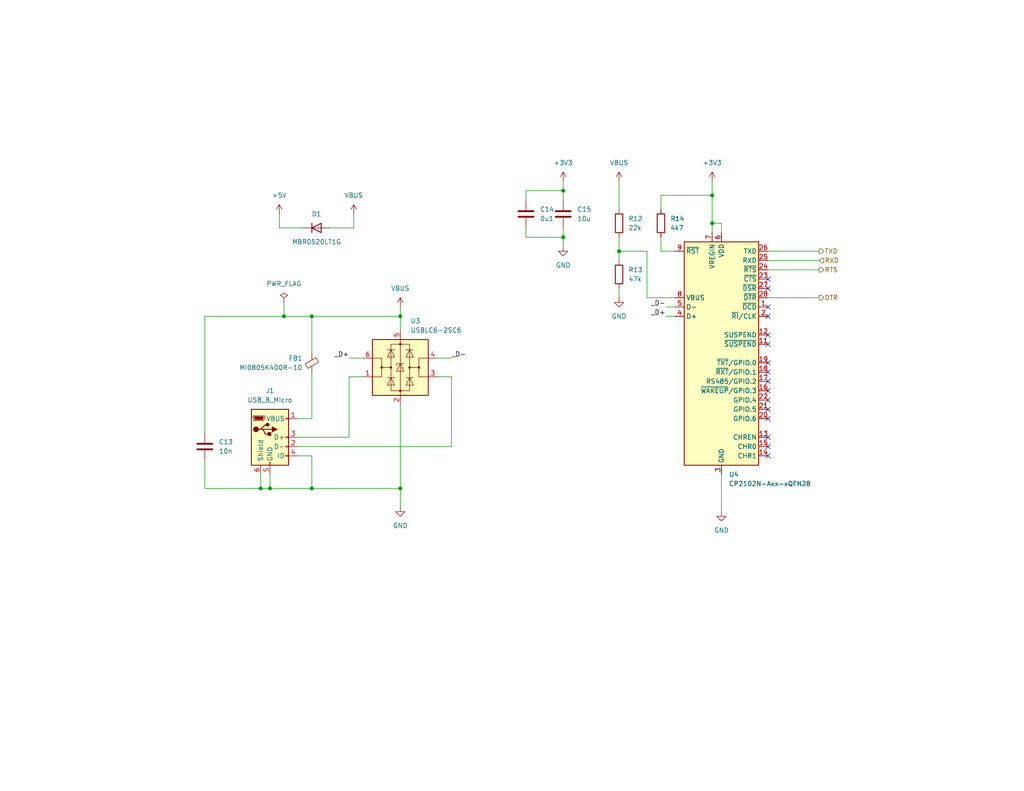
<source format=kicad_sch>
(kicad_sch (version 20211123) (generator eeschema)

  (uuid 5ce64adb-7d6f-4855-b260-23509984dabe)

  (paper "USLetter")

  (title_block
    (title "TJ Diag")
    (date "2023-09-12")
    (rev "V1.00")
    (company "andy@britishideas.com")
    (comment 1 "V210/ChryslerScanner_V210/schematic/ChryslerScanner_V210_schematic.pdf")
    (comment 2 "Based on: https://github.com/laszlodaniel/ChryslerScanner/blob/master/PCB/")
    (comment 3 "GPL V3 LICENSE")
  )

  (lib_symbols
    (symbol "Connector:USB_B_Micro" (pin_names (offset 1.016)) (in_bom yes) (on_board yes)
      (property "Reference" "J" (id 0) (at -5.08 11.43 0)
        (effects (font (size 1.27 1.27)) (justify left))
      )
      (property "Value" "USB_B_Micro" (id 1) (at -5.08 8.89 0)
        (effects (font (size 1.27 1.27)) (justify left))
      )
      (property "Footprint" "" (id 2) (at 3.81 -1.27 0)
        (effects (font (size 1.27 1.27)) hide)
      )
      (property "Datasheet" "~" (id 3) (at 3.81 -1.27 0)
        (effects (font (size 1.27 1.27)) hide)
      )
      (property "ki_keywords" "connector USB micro" (id 4) (at 0 0 0)
        (effects (font (size 1.27 1.27)) hide)
      )
      (property "ki_description" "USB Micro Type B connector" (id 5) (at 0 0 0)
        (effects (font (size 1.27 1.27)) hide)
      )
      (property "ki_fp_filters" "USB*" (id 6) (at 0 0 0)
        (effects (font (size 1.27 1.27)) hide)
      )
      (symbol "USB_B_Micro_0_1"
        (rectangle (start -5.08 -7.62) (end 5.08 7.62)
          (stroke (width 0.254) (type default) (color 0 0 0 0))
          (fill (type background))
        )
        (circle (center -3.81 2.159) (radius 0.635)
          (stroke (width 0.254) (type default) (color 0 0 0 0))
          (fill (type outline))
        )
        (circle (center -0.635 3.429) (radius 0.381)
          (stroke (width 0.254) (type default) (color 0 0 0 0))
          (fill (type outline))
        )
        (rectangle (start -0.127 -7.62) (end 0.127 -6.858)
          (stroke (width 0) (type default) (color 0 0 0 0))
          (fill (type none))
        )
        (polyline
          (pts
            (xy -1.905 2.159)
            (xy 0.635 2.159)
          )
          (stroke (width 0.254) (type default) (color 0 0 0 0))
          (fill (type none))
        )
        (polyline
          (pts
            (xy -3.175 2.159)
            (xy -2.54 2.159)
            (xy -1.27 3.429)
            (xy -0.635 3.429)
          )
          (stroke (width 0.254) (type default) (color 0 0 0 0))
          (fill (type none))
        )
        (polyline
          (pts
            (xy -2.54 2.159)
            (xy -1.905 2.159)
            (xy -1.27 0.889)
            (xy 0 0.889)
          )
          (stroke (width 0.254) (type default) (color 0 0 0 0))
          (fill (type none))
        )
        (polyline
          (pts
            (xy 0.635 2.794)
            (xy 0.635 1.524)
            (xy 1.905 2.159)
            (xy 0.635 2.794)
          )
          (stroke (width 0.254) (type default) (color 0 0 0 0))
          (fill (type outline))
        )
        (polyline
          (pts
            (xy -4.318 5.588)
            (xy -1.778 5.588)
            (xy -2.032 4.826)
            (xy -4.064 4.826)
            (xy -4.318 5.588)
          )
          (stroke (width 0) (type default) (color 0 0 0 0))
          (fill (type outline))
        )
        (polyline
          (pts
            (xy -4.699 5.842)
            (xy -4.699 5.588)
            (xy -4.445 4.826)
            (xy -4.445 4.572)
            (xy -1.651 4.572)
            (xy -1.651 4.826)
            (xy -1.397 5.588)
            (xy -1.397 5.842)
            (xy -4.699 5.842)
          )
          (stroke (width 0) (type default) (color 0 0 0 0))
          (fill (type none))
        )
        (rectangle (start 0.254 1.27) (end -0.508 0.508)
          (stroke (width 0.254) (type default) (color 0 0 0 0))
          (fill (type outline))
        )
        (rectangle (start 5.08 -5.207) (end 4.318 -4.953)
          (stroke (width 0) (type default) (color 0 0 0 0))
          (fill (type none))
        )
        (rectangle (start 5.08 -2.667) (end 4.318 -2.413)
          (stroke (width 0) (type default) (color 0 0 0 0))
          (fill (type none))
        )
        (rectangle (start 5.08 -0.127) (end 4.318 0.127)
          (stroke (width 0) (type default) (color 0 0 0 0))
          (fill (type none))
        )
        (rectangle (start 5.08 4.953) (end 4.318 5.207)
          (stroke (width 0) (type default) (color 0 0 0 0))
          (fill (type none))
        )
      )
      (symbol "USB_B_Micro_1_1"
        (pin power_out line (at 7.62 5.08 180) (length 2.54)
          (name "VBUS" (effects (font (size 1.27 1.27))))
          (number "1" (effects (font (size 1.27 1.27))))
        )
        (pin bidirectional line (at 7.62 -2.54 180) (length 2.54)
          (name "D-" (effects (font (size 1.27 1.27))))
          (number "2" (effects (font (size 1.27 1.27))))
        )
        (pin bidirectional line (at 7.62 0 180) (length 2.54)
          (name "D+" (effects (font (size 1.27 1.27))))
          (number "3" (effects (font (size 1.27 1.27))))
        )
        (pin passive line (at 7.62 -5.08 180) (length 2.54)
          (name "ID" (effects (font (size 1.27 1.27))))
          (number "4" (effects (font (size 1.27 1.27))))
        )
        (pin power_out line (at 0 -10.16 90) (length 2.54)
          (name "GND" (effects (font (size 1.27 1.27))))
          (number "5" (effects (font (size 1.27 1.27))))
        )
        (pin passive line (at -2.54 -10.16 90) (length 2.54)
          (name "Shield" (effects (font (size 1.27 1.27))))
          (number "6" (effects (font (size 1.27 1.27))))
        )
      )
    )
    (symbol "Device:C" (pin_numbers hide) (pin_names (offset 0.254)) (in_bom yes) (on_board yes)
      (property "Reference" "C" (id 0) (at 0.635 2.54 0)
        (effects (font (size 1.27 1.27)) (justify left))
      )
      (property "Value" "C" (id 1) (at 0.635 -2.54 0)
        (effects (font (size 1.27 1.27)) (justify left))
      )
      (property "Footprint" "" (id 2) (at 0.9652 -3.81 0)
        (effects (font (size 1.27 1.27)) hide)
      )
      (property "Datasheet" "~" (id 3) (at 0 0 0)
        (effects (font (size 1.27 1.27)) hide)
      )
      (property "ki_keywords" "cap capacitor" (id 4) (at 0 0 0)
        (effects (font (size 1.27 1.27)) hide)
      )
      (property "ki_description" "Unpolarized capacitor" (id 5) (at 0 0 0)
        (effects (font (size 1.27 1.27)) hide)
      )
      (property "ki_fp_filters" "C_*" (id 6) (at 0 0 0)
        (effects (font (size 1.27 1.27)) hide)
      )
      (symbol "C_0_1"
        (polyline
          (pts
            (xy -2.032 -0.762)
            (xy 2.032 -0.762)
          )
          (stroke (width 0.508) (type default) (color 0 0 0 0))
          (fill (type none))
        )
        (polyline
          (pts
            (xy -2.032 0.762)
            (xy 2.032 0.762)
          )
          (stroke (width 0.508) (type default) (color 0 0 0 0))
          (fill (type none))
        )
      )
      (symbol "C_1_1"
        (pin passive line (at 0 3.81 270) (length 2.794)
          (name "~" (effects (font (size 1.27 1.27))))
          (number "1" (effects (font (size 1.27 1.27))))
        )
        (pin passive line (at 0 -3.81 90) (length 2.794)
          (name "~" (effects (font (size 1.27 1.27))))
          (number "2" (effects (font (size 1.27 1.27))))
        )
      )
    )
    (symbol "Device:D" (pin_numbers hide) (pin_names (offset 1.016) hide) (in_bom yes) (on_board yes)
      (property "Reference" "D" (id 0) (at 0 2.54 0)
        (effects (font (size 1.27 1.27)))
      )
      (property "Value" "D" (id 1) (at 0 -2.54 0)
        (effects (font (size 1.27 1.27)))
      )
      (property "Footprint" "" (id 2) (at 0 0 0)
        (effects (font (size 1.27 1.27)) hide)
      )
      (property "Datasheet" "~" (id 3) (at 0 0 0)
        (effects (font (size 1.27 1.27)) hide)
      )
      (property "ki_keywords" "diode" (id 4) (at 0 0 0)
        (effects (font (size 1.27 1.27)) hide)
      )
      (property "ki_description" "Diode" (id 5) (at 0 0 0)
        (effects (font (size 1.27 1.27)) hide)
      )
      (property "ki_fp_filters" "TO-???* *_Diode_* *SingleDiode* D_*" (id 6) (at 0 0 0)
        (effects (font (size 1.27 1.27)) hide)
      )
      (symbol "D_0_1"
        (polyline
          (pts
            (xy -1.27 1.27)
            (xy -1.27 -1.27)
          )
          (stroke (width 0.254) (type default) (color 0 0 0 0))
          (fill (type none))
        )
        (polyline
          (pts
            (xy 1.27 0)
            (xy -1.27 0)
          )
          (stroke (width 0) (type default) (color 0 0 0 0))
          (fill (type none))
        )
        (polyline
          (pts
            (xy 1.27 1.27)
            (xy 1.27 -1.27)
            (xy -1.27 0)
            (xy 1.27 1.27)
          )
          (stroke (width 0.254) (type default) (color 0 0 0 0))
          (fill (type none))
        )
      )
      (symbol "D_1_1"
        (pin passive line (at -3.81 0 0) (length 2.54)
          (name "K" (effects (font (size 1.27 1.27))))
          (number "1" (effects (font (size 1.27 1.27))))
        )
        (pin passive line (at 3.81 0 180) (length 2.54)
          (name "A" (effects (font (size 1.27 1.27))))
          (number "2" (effects (font (size 1.27 1.27))))
        )
      )
    )
    (symbol "Device:FerriteBead_Small" (pin_numbers hide) (pin_names (offset 0)) (in_bom yes) (on_board yes)
      (property "Reference" "FB" (id 0) (at 1.905 1.27 0)
        (effects (font (size 1.27 1.27)) (justify left))
      )
      (property "Value" "FerriteBead_Small" (id 1) (at 1.905 -1.27 0)
        (effects (font (size 1.27 1.27)) (justify left))
      )
      (property "Footprint" "" (id 2) (at -1.778 0 90)
        (effects (font (size 1.27 1.27)) hide)
      )
      (property "Datasheet" "~" (id 3) (at 0 0 0)
        (effects (font (size 1.27 1.27)) hide)
      )
      (property "ki_keywords" "L ferrite bead inductor filter" (id 4) (at 0 0 0)
        (effects (font (size 1.27 1.27)) hide)
      )
      (property "ki_description" "Ferrite bead, small symbol" (id 5) (at 0 0 0)
        (effects (font (size 1.27 1.27)) hide)
      )
      (property "ki_fp_filters" "Inductor_* L_* *Ferrite*" (id 6) (at 0 0 0)
        (effects (font (size 1.27 1.27)) hide)
      )
      (symbol "FerriteBead_Small_0_1"
        (polyline
          (pts
            (xy 0 -1.27)
            (xy 0 -0.7874)
          )
          (stroke (width 0) (type default) (color 0 0 0 0))
          (fill (type none))
        )
        (polyline
          (pts
            (xy 0 0.889)
            (xy 0 1.2954)
          )
          (stroke (width 0) (type default) (color 0 0 0 0))
          (fill (type none))
        )
        (polyline
          (pts
            (xy -1.8288 0.2794)
            (xy -1.1176 1.4986)
            (xy 1.8288 -0.2032)
            (xy 1.1176 -1.4224)
            (xy -1.8288 0.2794)
          )
          (stroke (width 0) (type default) (color 0 0 0 0))
          (fill (type none))
        )
      )
      (symbol "FerriteBead_Small_1_1"
        (pin passive line (at 0 2.54 270) (length 1.27)
          (name "~" (effects (font (size 1.27 1.27))))
          (number "1" (effects (font (size 1.27 1.27))))
        )
        (pin passive line (at 0 -2.54 90) (length 1.27)
          (name "~" (effects (font (size 1.27 1.27))))
          (number "2" (effects (font (size 1.27 1.27))))
        )
      )
    )
    (symbol "Device:R" (pin_numbers hide) (pin_names (offset 0)) (in_bom yes) (on_board yes)
      (property "Reference" "R" (id 0) (at 2.032 0 90)
        (effects (font (size 1.27 1.27)))
      )
      (property "Value" "R" (id 1) (at 0 0 90)
        (effects (font (size 1.27 1.27)))
      )
      (property "Footprint" "" (id 2) (at -1.778 0 90)
        (effects (font (size 1.27 1.27)) hide)
      )
      (property "Datasheet" "~" (id 3) (at 0 0 0)
        (effects (font (size 1.27 1.27)) hide)
      )
      (property "ki_keywords" "R res resistor" (id 4) (at 0 0 0)
        (effects (font (size 1.27 1.27)) hide)
      )
      (property "ki_description" "Resistor" (id 5) (at 0 0 0)
        (effects (font (size 1.27 1.27)) hide)
      )
      (property "ki_fp_filters" "R_*" (id 6) (at 0 0 0)
        (effects (font (size 1.27 1.27)) hide)
      )
      (symbol "R_0_1"
        (rectangle (start -1.016 -2.54) (end 1.016 2.54)
          (stroke (width 0.254) (type default) (color 0 0 0 0))
          (fill (type none))
        )
      )
      (symbol "R_1_1"
        (pin passive line (at 0 3.81 270) (length 1.27)
          (name "~" (effects (font (size 1.27 1.27))))
          (number "1" (effects (font (size 1.27 1.27))))
        )
        (pin passive line (at 0 -3.81 90) (length 1.27)
          (name "~" (effects (font (size 1.27 1.27))))
          (number "2" (effects (font (size 1.27 1.27))))
        )
      )
    )
    (symbol "Interface_USB:CP2102N-Axx-xQFN28" (in_bom yes) (on_board yes)
      (property "Reference" "U" (id 0) (at -8.89 31.75 0)
        (effects (font (size 1.27 1.27)))
      )
      (property "Value" "CP2102N-Axx-xQFN28" (id 1) (at 12.7 31.75 0)
        (effects (font (size 1.27 1.27)))
      )
      (property "Footprint" "Package_DFN_QFN:QFN-28-1EP_5x5mm_P0.5mm_EP3.35x3.35mm" (id 2) (at 33.02 -31.75 0)
        (effects (font (size 1.27 1.27)) hide)
      )
      (property "Datasheet" "https://www.silabs.com/documents/public/data-sheets/cp2102n-datasheet.pdf" (id 3) (at 1.27 -19.05 0)
        (effects (font (size 1.27 1.27)) hide)
      )
      (property "ki_keywords" "USB UART bridge" (id 4) (at 0 0 0)
        (effects (font (size 1.27 1.27)) hide)
      )
      (property "ki_description" "USB to UART master bridge, QFN-28" (id 5) (at 0 0 0)
        (effects (font (size 1.27 1.27)) hide)
      )
      (property "ki_fp_filters" "QFN*1EP*5x5mm*P0.5mm*" (id 6) (at 0 0 0)
        (effects (font (size 1.27 1.27)) hide)
      )
      (symbol "CP2102N-Axx-xQFN28_0_1"
        (rectangle (start -10.16 30.48) (end 10.16 -30.48)
          (stroke (width 0.254) (type default) (color 0 0 0 0))
          (fill (type background))
        )
      )
      (symbol "CP2102N-Axx-xQFN28_1_1"
        (pin input line (at 12.7 12.7 180) (length 2.54)
          (name "~{DCD}" (effects (font (size 1.27 1.27))))
          (number "1" (effects (font (size 1.27 1.27))))
        )
        (pin no_connect line (at -10.16 -27.94 0) (length 2.54) hide
          (name "NC" (effects (font (size 1.27 1.27))))
          (number "10" (effects (font (size 1.27 1.27))))
        )
        (pin output line (at 12.7 2.54 180) (length 2.54)
          (name "~{SUSPEND}" (effects (font (size 1.27 1.27))))
          (number "11" (effects (font (size 1.27 1.27))))
        )
        (pin output line (at 12.7 5.08 180) (length 2.54)
          (name "SUSPEND" (effects (font (size 1.27 1.27))))
          (number "12" (effects (font (size 1.27 1.27))))
        )
        (pin output line (at 12.7 -22.86 180) (length 2.54)
          (name "CHREN" (effects (font (size 1.27 1.27))))
          (number "13" (effects (font (size 1.27 1.27))))
        )
        (pin output line (at 12.7 -27.94 180) (length 2.54)
          (name "CHR1" (effects (font (size 1.27 1.27))))
          (number "14" (effects (font (size 1.27 1.27))))
        )
        (pin output line (at 12.7 -25.4 180) (length 2.54)
          (name "CHR0" (effects (font (size 1.27 1.27))))
          (number "15" (effects (font (size 1.27 1.27))))
        )
        (pin bidirectional line (at 12.7 -10.16 180) (length 2.54)
          (name "~{WAKEUP}/GPIO.3" (effects (font (size 1.27 1.27))))
          (number "16" (effects (font (size 1.27 1.27))))
        )
        (pin bidirectional line (at 12.7 -7.62 180) (length 2.54)
          (name "RS485/GPIO.2" (effects (font (size 1.27 1.27))))
          (number "17" (effects (font (size 1.27 1.27))))
        )
        (pin bidirectional line (at 12.7 -5.08 180) (length 2.54)
          (name "~{RXT}/GPIO.1" (effects (font (size 1.27 1.27))))
          (number "18" (effects (font (size 1.27 1.27))))
        )
        (pin bidirectional line (at 12.7 -2.54 180) (length 2.54)
          (name "~{TXT}/GPIO.0" (effects (font (size 1.27 1.27))))
          (number "19" (effects (font (size 1.27 1.27))))
        )
        (pin bidirectional line (at 12.7 10.16 180) (length 2.54)
          (name "~{RI}/CLK" (effects (font (size 1.27 1.27))))
          (number "2" (effects (font (size 1.27 1.27))))
        )
        (pin bidirectional line (at 12.7 -17.78 180) (length 2.54)
          (name "GPIO.6" (effects (font (size 1.27 1.27))))
          (number "20" (effects (font (size 1.27 1.27))))
        )
        (pin bidirectional line (at 12.7 -15.24 180) (length 2.54)
          (name "GPIO.5" (effects (font (size 1.27 1.27))))
          (number "21" (effects (font (size 1.27 1.27))))
        )
        (pin bidirectional line (at 12.7 -12.7 180) (length 2.54)
          (name "GPIO.4" (effects (font (size 1.27 1.27))))
          (number "22" (effects (font (size 1.27 1.27))))
        )
        (pin input line (at 12.7 20.32 180) (length 2.54)
          (name "~{CTS}" (effects (font (size 1.27 1.27))))
          (number "23" (effects (font (size 1.27 1.27))))
        )
        (pin output line (at 12.7 22.86 180) (length 2.54)
          (name "~{RTS}" (effects (font (size 1.27 1.27))))
          (number "24" (effects (font (size 1.27 1.27))))
        )
        (pin input line (at 12.7 25.4 180) (length 2.54)
          (name "RXD" (effects (font (size 1.27 1.27))))
          (number "25" (effects (font (size 1.27 1.27))))
        )
        (pin output line (at 12.7 27.94 180) (length 2.54)
          (name "TXD" (effects (font (size 1.27 1.27))))
          (number "26" (effects (font (size 1.27 1.27))))
        )
        (pin input line (at 12.7 17.78 180) (length 2.54)
          (name "~{DSR}" (effects (font (size 1.27 1.27))))
          (number "27" (effects (font (size 1.27 1.27))))
        )
        (pin output line (at 12.7 15.24 180) (length 2.54)
          (name "~{DTR}" (effects (font (size 1.27 1.27))))
          (number "28" (effects (font (size 1.27 1.27))))
        )
        (pin passive line (at 0 -33.02 90) (length 2.54) hide
          (name "GND" (effects (font (size 1.27 1.27))))
          (number "29" (effects (font (size 1.27 1.27))))
        )
        (pin power_in line (at 0 -33.02 90) (length 2.54)
          (name "GND" (effects (font (size 1.27 1.27))))
          (number "3" (effects (font (size 1.27 1.27))))
        )
        (pin bidirectional line (at -12.7 10.16 0) (length 2.54)
          (name "D+" (effects (font (size 1.27 1.27))))
          (number "4" (effects (font (size 1.27 1.27))))
        )
        (pin bidirectional line (at -12.7 12.7 0) (length 2.54)
          (name "D-" (effects (font (size 1.27 1.27))))
          (number "5" (effects (font (size 1.27 1.27))))
        )
        (pin power_in line (at 0 33.02 270) (length 2.54)
          (name "VDD" (effects (font (size 1.27 1.27))))
          (number "6" (effects (font (size 1.27 1.27))))
        )
        (pin power_in line (at -2.54 33.02 270) (length 2.54)
          (name "VREGIN" (effects (font (size 1.27 1.27))))
          (number "7" (effects (font (size 1.27 1.27))))
        )
        (pin input line (at -12.7 15.24 0) (length 2.54)
          (name "VBUS" (effects (font (size 1.27 1.27))))
          (number "8" (effects (font (size 1.27 1.27))))
        )
        (pin input line (at -12.7 27.94 0) (length 2.54)
          (name "~{RST}" (effects (font (size 1.27 1.27))))
          (number "9" (effects (font (size 1.27 1.27))))
        )
      )
    )
    (symbol "Power_Protection:USBLC6-2SC6" (pin_names hide) (in_bom yes) (on_board yes)
      (property "Reference" "U" (id 0) (at 2.54 8.89 0)
        (effects (font (size 1.27 1.27)) (justify left))
      )
      (property "Value" "USBLC6-2SC6" (id 1) (at 2.54 -8.89 0)
        (effects (font (size 1.27 1.27)) (justify left))
      )
      (property "Footprint" "Package_TO_SOT_SMD:SOT-23-6" (id 2) (at 0 -12.7 0)
        (effects (font (size 1.27 1.27)) hide)
      )
      (property "Datasheet" "https://www.st.com/resource/en/datasheet/usblc6-2.pdf" (id 3) (at 5.08 8.89 0)
        (effects (font (size 1.27 1.27)) hide)
      )
      (property "ki_keywords" "usb ethernet video" (id 4) (at 0 0 0)
        (effects (font (size 1.27 1.27)) hide)
      )
      (property "ki_description" "Very low capacitance ESD protection diode, 2 data-line, SOT-23-6" (id 5) (at 0 0 0)
        (effects (font (size 1.27 1.27)) hide)
      )
      (property "ki_fp_filters" "SOT?23*" (id 6) (at 0 0 0)
        (effects (font (size 1.27 1.27)) hide)
      )
      (symbol "USBLC6-2SC6_0_1"
        (rectangle (start -7.62 -7.62) (end 7.62 7.62)
          (stroke (width 0.254) (type default) (color 0 0 0 0))
          (fill (type background))
        )
        (circle (center -5.08 0) (radius 0.254)
          (stroke (width 0) (type default) (color 0 0 0 0))
          (fill (type outline))
        )
        (circle (center -2.54 0) (radius 0.254)
          (stroke (width 0) (type default) (color 0 0 0 0))
          (fill (type outline))
        )
        (rectangle (start -2.54 6.35) (end 2.54 -6.35)
          (stroke (width 0) (type default) (color 0 0 0 0))
          (fill (type none))
        )
        (circle (center 0 -6.35) (radius 0.254)
          (stroke (width 0) (type default) (color 0 0 0 0))
          (fill (type outline))
        )
        (polyline
          (pts
            (xy -5.08 -2.54)
            (xy -7.62 -2.54)
          )
          (stroke (width 0) (type default) (color 0 0 0 0))
          (fill (type none))
        )
        (polyline
          (pts
            (xy -5.08 0)
            (xy -5.08 -2.54)
          )
          (stroke (width 0) (type default) (color 0 0 0 0))
          (fill (type none))
        )
        (polyline
          (pts
            (xy -5.08 2.54)
            (xy -7.62 2.54)
          )
          (stroke (width 0) (type default) (color 0 0 0 0))
          (fill (type none))
        )
        (polyline
          (pts
            (xy -1.524 -2.794)
            (xy -3.556 -2.794)
          )
          (stroke (width 0) (type default) (color 0 0 0 0))
          (fill (type none))
        )
        (polyline
          (pts
            (xy -1.524 4.826)
            (xy -3.556 4.826)
          )
          (stroke (width 0) (type default) (color 0 0 0 0))
          (fill (type none))
        )
        (polyline
          (pts
            (xy 0 -7.62)
            (xy 0 -6.35)
          )
          (stroke (width 0) (type default) (color 0 0 0 0))
          (fill (type none))
        )
        (polyline
          (pts
            (xy 0 -6.35)
            (xy 0 1.27)
          )
          (stroke (width 0) (type default) (color 0 0 0 0))
          (fill (type none))
        )
        (polyline
          (pts
            (xy 0 1.27)
            (xy 0 6.35)
          )
          (stroke (width 0) (type default) (color 0 0 0 0))
          (fill (type none))
        )
        (polyline
          (pts
            (xy 0 6.35)
            (xy 0 7.62)
          )
          (stroke (width 0) (type default) (color 0 0 0 0))
          (fill (type none))
        )
        (polyline
          (pts
            (xy 1.524 -2.794)
            (xy 3.556 -2.794)
          )
          (stroke (width 0) (type default) (color 0 0 0 0))
          (fill (type none))
        )
        (polyline
          (pts
            (xy 1.524 4.826)
            (xy 3.556 4.826)
          )
          (stroke (width 0) (type default) (color 0 0 0 0))
          (fill (type none))
        )
        (polyline
          (pts
            (xy 5.08 -2.54)
            (xy 7.62 -2.54)
          )
          (stroke (width 0) (type default) (color 0 0 0 0))
          (fill (type none))
        )
        (polyline
          (pts
            (xy 5.08 0)
            (xy 5.08 -2.54)
          )
          (stroke (width 0) (type default) (color 0 0 0 0))
          (fill (type none))
        )
        (polyline
          (pts
            (xy 5.08 2.54)
            (xy 7.62 2.54)
          )
          (stroke (width 0) (type default) (color 0 0 0 0))
          (fill (type none))
        )
        (polyline
          (pts
            (xy -2.54 0)
            (xy -5.08 0)
            (xy -5.08 2.54)
          )
          (stroke (width 0) (type default) (color 0 0 0 0))
          (fill (type none))
        )
        (polyline
          (pts
            (xy 2.54 0)
            (xy 5.08 0)
            (xy 5.08 2.54)
          )
          (stroke (width 0) (type default) (color 0 0 0 0))
          (fill (type none))
        )
        (polyline
          (pts
            (xy -3.556 -4.826)
            (xy -1.524 -4.826)
            (xy -2.54 -2.794)
            (xy -3.556 -4.826)
          )
          (stroke (width 0) (type default) (color 0 0 0 0))
          (fill (type none))
        )
        (polyline
          (pts
            (xy -3.556 2.794)
            (xy -1.524 2.794)
            (xy -2.54 4.826)
            (xy -3.556 2.794)
          )
          (stroke (width 0) (type default) (color 0 0 0 0))
          (fill (type none))
        )
        (polyline
          (pts
            (xy -1.016 -1.016)
            (xy 1.016 -1.016)
            (xy 0 1.016)
            (xy -1.016 -1.016)
          )
          (stroke (width 0) (type default) (color 0 0 0 0))
          (fill (type none))
        )
        (polyline
          (pts
            (xy 1.016 1.016)
            (xy 0.762 1.016)
            (xy -1.016 1.016)
            (xy -1.016 0.508)
          )
          (stroke (width 0) (type default) (color 0 0 0 0))
          (fill (type none))
        )
        (polyline
          (pts
            (xy 3.556 -4.826)
            (xy 1.524 -4.826)
            (xy 2.54 -2.794)
            (xy 3.556 -4.826)
          )
          (stroke (width 0) (type default) (color 0 0 0 0))
          (fill (type none))
        )
        (polyline
          (pts
            (xy 3.556 2.794)
            (xy 1.524 2.794)
            (xy 2.54 4.826)
            (xy 3.556 2.794)
          )
          (stroke (width 0) (type default) (color 0 0 0 0))
          (fill (type none))
        )
        (circle (center 0 6.35) (radius 0.254)
          (stroke (width 0) (type default) (color 0 0 0 0))
          (fill (type outline))
        )
        (circle (center 2.54 0) (radius 0.254)
          (stroke (width 0) (type default) (color 0 0 0 0))
          (fill (type outline))
        )
        (circle (center 5.08 0) (radius 0.254)
          (stroke (width 0) (type default) (color 0 0 0 0))
          (fill (type outline))
        )
      )
      (symbol "USBLC6-2SC6_1_1"
        (pin passive line (at -10.16 -2.54 0) (length 2.54)
          (name "I/O1" (effects (font (size 1.27 1.27))))
          (number "1" (effects (font (size 1.27 1.27))))
        )
        (pin passive line (at 0 -10.16 90) (length 2.54)
          (name "GND" (effects (font (size 1.27 1.27))))
          (number "2" (effects (font (size 1.27 1.27))))
        )
        (pin passive line (at 10.16 -2.54 180) (length 2.54)
          (name "I/O2" (effects (font (size 1.27 1.27))))
          (number "3" (effects (font (size 1.27 1.27))))
        )
        (pin passive line (at 10.16 2.54 180) (length 2.54)
          (name "I/O2" (effects (font (size 1.27 1.27))))
          (number "4" (effects (font (size 1.27 1.27))))
        )
        (pin passive line (at 0 10.16 270) (length 2.54)
          (name "VBUS" (effects (font (size 1.27 1.27))))
          (number "5" (effects (font (size 1.27 1.27))))
        )
        (pin passive line (at -10.16 2.54 0) (length 2.54)
          (name "I/O1" (effects (font (size 1.27 1.27))))
          (number "6" (effects (font (size 1.27 1.27))))
        )
      )
    )
    (symbol "power:+3V3" (power) (pin_names (offset 0)) (in_bom yes) (on_board yes)
      (property "Reference" "#PWR" (id 0) (at 0 -3.81 0)
        (effects (font (size 1.27 1.27)) hide)
      )
      (property "Value" "+3V3" (id 1) (at 0 3.556 0)
        (effects (font (size 1.27 1.27)))
      )
      (property "Footprint" "" (id 2) (at 0 0 0)
        (effects (font (size 1.27 1.27)) hide)
      )
      (property "Datasheet" "" (id 3) (at 0 0 0)
        (effects (font (size 1.27 1.27)) hide)
      )
      (property "ki_keywords" "power-flag" (id 4) (at 0 0 0)
        (effects (font (size 1.27 1.27)) hide)
      )
      (property "ki_description" "Power symbol creates a global label with name \"+3V3\"" (id 5) (at 0 0 0)
        (effects (font (size 1.27 1.27)) hide)
      )
      (symbol "+3V3_0_1"
        (polyline
          (pts
            (xy -0.762 1.27)
            (xy 0 2.54)
          )
          (stroke (width 0) (type default) (color 0 0 0 0))
          (fill (type none))
        )
        (polyline
          (pts
            (xy 0 0)
            (xy 0 2.54)
          )
          (stroke (width 0) (type default) (color 0 0 0 0))
          (fill (type none))
        )
        (polyline
          (pts
            (xy 0 2.54)
            (xy 0.762 1.27)
          )
          (stroke (width 0) (type default) (color 0 0 0 0))
          (fill (type none))
        )
      )
      (symbol "+3V3_1_1"
        (pin power_in line (at 0 0 90) (length 0) hide
          (name "+3V3" (effects (font (size 1.27 1.27))))
          (number "1" (effects (font (size 1.27 1.27))))
        )
      )
    )
    (symbol "power:+5V" (power) (pin_names (offset 0)) (in_bom yes) (on_board yes)
      (property "Reference" "#PWR" (id 0) (at 0 -3.81 0)
        (effects (font (size 1.27 1.27)) hide)
      )
      (property "Value" "+5V" (id 1) (at 0 3.556 0)
        (effects (font (size 1.27 1.27)))
      )
      (property "Footprint" "" (id 2) (at 0 0 0)
        (effects (font (size 1.27 1.27)) hide)
      )
      (property "Datasheet" "" (id 3) (at 0 0 0)
        (effects (font (size 1.27 1.27)) hide)
      )
      (property "ki_keywords" "power-flag" (id 4) (at 0 0 0)
        (effects (font (size 1.27 1.27)) hide)
      )
      (property "ki_description" "Power symbol creates a global label with name \"+5V\"" (id 5) (at 0 0 0)
        (effects (font (size 1.27 1.27)) hide)
      )
      (symbol "+5V_0_1"
        (polyline
          (pts
            (xy -0.762 1.27)
            (xy 0 2.54)
          )
          (stroke (width 0) (type default) (color 0 0 0 0))
          (fill (type none))
        )
        (polyline
          (pts
            (xy 0 0)
            (xy 0 2.54)
          )
          (stroke (width 0) (type default) (color 0 0 0 0))
          (fill (type none))
        )
        (polyline
          (pts
            (xy 0 2.54)
            (xy 0.762 1.27)
          )
          (stroke (width 0) (type default) (color 0 0 0 0))
          (fill (type none))
        )
      )
      (symbol "+5V_1_1"
        (pin power_in line (at 0 0 90) (length 0) hide
          (name "+5V" (effects (font (size 1.27 1.27))))
          (number "1" (effects (font (size 1.27 1.27))))
        )
      )
    )
    (symbol "power:GND" (power) (pin_names (offset 0)) (in_bom yes) (on_board yes)
      (property "Reference" "#PWR" (id 0) (at 0 -6.35 0)
        (effects (font (size 1.27 1.27)) hide)
      )
      (property "Value" "GND" (id 1) (at 0 -3.81 0)
        (effects (font (size 1.27 1.27)))
      )
      (property "Footprint" "" (id 2) (at 0 0 0)
        (effects (font (size 1.27 1.27)) hide)
      )
      (property "Datasheet" "" (id 3) (at 0 0 0)
        (effects (font (size 1.27 1.27)) hide)
      )
      (property "ki_keywords" "power-flag" (id 4) (at 0 0 0)
        (effects (font (size 1.27 1.27)) hide)
      )
      (property "ki_description" "Power symbol creates a global label with name \"GND\" , ground" (id 5) (at 0 0 0)
        (effects (font (size 1.27 1.27)) hide)
      )
      (symbol "GND_0_1"
        (polyline
          (pts
            (xy 0 0)
            (xy 0 -1.27)
            (xy 1.27 -1.27)
            (xy 0 -2.54)
            (xy -1.27 -1.27)
            (xy 0 -1.27)
          )
          (stroke (width 0) (type default) (color 0 0 0 0))
          (fill (type none))
        )
      )
      (symbol "GND_1_1"
        (pin power_in line (at 0 0 270) (length 0) hide
          (name "GND" (effects (font (size 1.27 1.27))))
          (number "1" (effects (font (size 1.27 1.27))))
        )
      )
    )
    (symbol "power:PWR_FLAG" (power) (pin_numbers hide) (pin_names (offset 0) hide) (in_bom yes) (on_board yes)
      (property "Reference" "#FLG" (id 0) (at 0 1.905 0)
        (effects (font (size 1.27 1.27)) hide)
      )
      (property "Value" "PWR_FLAG" (id 1) (at 0 3.81 0)
        (effects (font (size 1.27 1.27)))
      )
      (property "Footprint" "" (id 2) (at 0 0 0)
        (effects (font (size 1.27 1.27)) hide)
      )
      (property "Datasheet" "~" (id 3) (at 0 0 0)
        (effects (font (size 1.27 1.27)) hide)
      )
      (property "ki_keywords" "power-flag" (id 4) (at 0 0 0)
        (effects (font (size 1.27 1.27)) hide)
      )
      (property "ki_description" "Special symbol for telling ERC where power comes from" (id 5) (at 0 0 0)
        (effects (font (size 1.27 1.27)) hide)
      )
      (symbol "PWR_FLAG_0_0"
        (pin power_out line (at 0 0 90) (length 0)
          (name "pwr" (effects (font (size 1.27 1.27))))
          (number "1" (effects (font (size 1.27 1.27))))
        )
      )
      (symbol "PWR_FLAG_0_1"
        (polyline
          (pts
            (xy 0 0)
            (xy 0 1.27)
            (xy -1.016 1.905)
            (xy 0 2.54)
            (xy 1.016 1.905)
            (xy 0 1.27)
          )
          (stroke (width 0) (type default) (color 0 0 0 0))
          (fill (type none))
        )
      )
    )
    (symbol "power:VBUS" (power) (pin_names (offset 0)) (in_bom yes) (on_board yes)
      (property "Reference" "#PWR" (id 0) (at 0 -3.81 0)
        (effects (font (size 1.27 1.27)) hide)
      )
      (property "Value" "VBUS" (id 1) (at 0 3.81 0)
        (effects (font (size 1.27 1.27)))
      )
      (property "Footprint" "" (id 2) (at 0 0 0)
        (effects (font (size 1.27 1.27)) hide)
      )
      (property "Datasheet" "" (id 3) (at 0 0 0)
        (effects (font (size 1.27 1.27)) hide)
      )
      (property "ki_keywords" "power-flag" (id 4) (at 0 0 0)
        (effects (font (size 1.27 1.27)) hide)
      )
      (property "ki_description" "Power symbol creates a global label with name \"VBUS\"" (id 5) (at 0 0 0)
        (effects (font (size 1.27 1.27)) hide)
      )
      (symbol "VBUS_0_1"
        (polyline
          (pts
            (xy -0.762 1.27)
            (xy 0 2.54)
          )
          (stroke (width 0) (type default) (color 0 0 0 0))
          (fill (type none))
        )
        (polyline
          (pts
            (xy 0 0)
            (xy 0 2.54)
          )
          (stroke (width 0) (type default) (color 0 0 0 0))
          (fill (type none))
        )
        (polyline
          (pts
            (xy 0 2.54)
            (xy 0.762 1.27)
          )
          (stroke (width 0) (type default) (color 0 0 0 0))
          (fill (type none))
        )
      )
      (symbol "VBUS_1_1"
        (pin power_in line (at 0 0 90) (length 0) hide
          (name "VBUS" (effects (font (size 1.27 1.27))))
          (number "1" (effects (font (size 1.27 1.27))))
        )
      )
    )
  )

  (junction (at 168.91 68.58) (diameter 0) (color 0 0 0 0)
    (uuid 01820e88-5e6b-4de1-99a7-9111350d2602)
  )
  (junction (at 194.31 53.34) (diameter 0) (color 0 0 0 0)
    (uuid 21b1ac7f-efd4-4197-b2db-d7a420c97fd0)
  )
  (junction (at 71.12 133.35) (diameter 0) (color 0 0 0 0)
    (uuid 24f802ee-b196-41ba-b9ee-067b1ab6c9e0)
  )
  (junction (at 153.67 52.07) (diameter 0) (color 0 0 0 0)
    (uuid 2d744f0e-c44d-4b01-bf41-88fc616f9594)
  )
  (junction (at 153.67 64.77) (diameter 0) (color 0 0 0 0)
    (uuid 3d1837bf-2fa3-4367-8837-a3fb5460586f)
  )
  (junction (at 194.31 60.96) (diameter 0) (color 0 0 0 0)
    (uuid 59ff4b3f-9bd7-486d-a9e6-cc752bb6b60d)
  )
  (junction (at 77.47 86.36) (diameter 0) (color 0 0 0 0)
    (uuid 6935494a-016b-48a8-8617-7d3d4609a681)
  )
  (junction (at 85.09 133.35) (diameter 0) (color 0 0 0 0)
    (uuid bcccb608-b193-4fe6-8fde-5b309f865665)
  )
  (junction (at 109.22 133.35) (diameter 0) (color 0 0 0 0)
    (uuid dde2a65c-024b-406c-a62e-23960b665b85)
  )
  (junction (at 85.09 86.36) (diameter 0) (color 0 0 0 0)
    (uuid df728077-eec5-4b10-a7de-6de7e2e8a9de)
  )
  (junction (at 109.22 86.36) (diameter 0) (color 0 0 0 0)
    (uuid f9234b9e-0b7a-4c49-a447-abd2cec01a8f)
  )
  (junction (at 73.66 133.35) (diameter 0) (color 0 0 0 0)
    (uuid fd1f8372-45bb-4c8c-bce8-62b3641b0348)
  )

  (no_connect (at 209.55 109.22) (uuid 4824254a-3564-42c9-a760-55aa971c9bbe))
  (no_connect (at 209.55 111.76) (uuid 4824254a-3564-42c9-a760-55aa971c9bbf))
  (no_connect (at 209.55 119.38) (uuid 4824254a-3564-42c9-a760-55aa971c9bc0))
  (no_connect (at 209.55 114.3) (uuid 4824254a-3564-42c9-a760-55aa971c9bc1))
  (no_connect (at 209.55 121.92) (uuid 4824254a-3564-42c9-a760-55aa971c9bc2))
  (no_connect (at 209.55 124.46) (uuid 4824254a-3564-42c9-a760-55aa971c9bc3))
  (no_connect (at 209.55 104.14) (uuid 67957dc2-ce12-4604-a2f8-f27d8d262a94))
  (no_connect (at 209.55 106.68) (uuid 67957dc2-ce12-4604-a2f8-f27d8d262a95))
  (no_connect (at 209.55 99.06) (uuid 67957dc2-ce12-4604-a2f8-f27d8d262a96))
  (no_connect (at 209.55 101.6) (uuid 67957dc2-ce12-4604-a2f8-f27d8d262a97))
  (no_connect (at 209.55 78.74) (uuid 67957dc2-ce12-4604-a2f8-f27d8d262a98))
  (no_connect (at 209.55 76.2) (uuid 67957dc2-ce12-4604-a2f8-f27d8d262a99))
  (no_connect (at 209.55 86.36) (uuid 67957dc2-ce12-4604-a2f8-f27d8d262a9a))
  (no_connect (at 209.55 83.82) (uuid 67957dc2-ce12-4604-a2f8-f27d8d262a9b))
  (no_connect (at 209.55 93.98) (uuid 67957dc2-ce12-4604-a2f8-f27d8d262a9c))
  (no_connect (at 209.55 91.44) (uuid 67957dc2-ce12-4604-a2f8-f27d8d262a9d))

  (wire (pts (xy 85.09 133.35) (xy 109.22 133.35))
    (stroke (width 0) (type default) (color 0 0 0 0))
    (uuid 05c10e71-c058-4bf3-9497-9511995663ce)
  )
  (wire (pts (xy 180.34 68.58) (xy 184.15 68.58))
    (stroke (width 0) (type default) (color 0 0 0 0))
    (uuid 05c543e8-0e10-4021-982d-fe9e0e6805ac)
  )
  (wire (pts (xy 143.51 62.23) (xy 143.51 64.77))
    (stroke (width 0) (type default) (color 0 0 0 0))
    (uuid 082f8d54-d9fd-4c18-a93c-19ca3d6d0b97)
  )
  (wire (pts (xy 109.22 83.82) (xy 109.22 86.36))
    (stroke (width 0) (type default) (color 0 0 0 0))
    (uuid 09badb02-9519-4d4b-90b6-55eb26659f14)
  )
  (wire (pts (xy 180.34 64.77) (xy 180.34 68.58))
    (stroke (width 0) (type default) (color 0 0 0 0))
    (uuid 0b2a4d2e-7e1d-49b5-b57e-0c051cb3f571)
  )
  (wire (pts (xy 85.09 124.46) (xy 85.09 133.35))
    (stroke (width 0) (type default) (color 0 0 0 0))
    (uuid 0ec7352e-a6f6-4774-a17f-f961d33aa6b2)
  )
  (wire (pts (xy 76.2 58.42) (xy 76.2 62.23))
    (stroke (width 0) (type default) (color 0 0 0 0))
    (uuid 2670009e-50b9-436e-90af-bd03951a712e)
  )
  (wire (pts (xy 180.34 57.15) (xy 180.34 53.34))
    (stroke (width 0) (type default) (color 0 0 0 0))
    (uuid 267c9749-161e-427b-97a2-80cd59b4b07d)
  )
  (wire (pts (xy 180.34 53.34) (xy 194.31 53.34))
    (stroke (width 0) (type default) (color 0 0 0 0))
    (uuid 27d3a6f3-1d07-43b7-a67a-3c34a97b8b2a)
  )
  (wire (pts (xy 55.88 86.36) (xy 77.47 86.36))
    (stroke (width 0) (type default) (color 0 0 0 0))
    (uuid 2b7ec2c6-bf9d-479b-a346-1c9e1d0d7d00)
  )
  (wire (pts (xy 209.55 68.58) (xy 223.52 68.58))
    (stroke (width 0) (type default) (color 0 0 0 0))
    (uuid 2c1a4fe8-5c68-4cf9-9ab4-e5bca88b9e1c)
  )
  (wire (pts (xy 109.22 110.49) (xy 109.22 133.35))
    (stroke (width 0) (type default) (color 0 0 0 0))
    (uuid 3ca10b33-d7e7-45d8-8e96-5e4835e65eb3)
  )
  (wire (pts (xy 81.28 114.3) (xy 85.09 114.3))
    (stroke (width 0) (type default) (color 0 0 0 0))
    (uuid 3d0e25e8-ec07-4756-ac3d-530b24308f56)
  )
  (wire (pts (xy 196.85 63.5) (xy 196.85 60.96))
    (stroke (width 0) (type default) (color 0 0 0 0))
    (uuid 3eb70ece-335c-45ca-982a-e64e27afc7a8)
  )
  (wire (pts (xy 194.31 60.96) (xy 194.31 63.5))
    (stroke (width 0) (type default) (color 0 0 0 0))
    (uuid 448331c5-ce78-4c6d-af90-2e599790ec9b)
  )
  (wire (pts (xy 96.52 62.23) (xy 90.17 62.23))
    (stroke (width 0) (type default) (color 0 0 0 0))
    (uuid 4811d399-b166-49c2-987c-d9436076fa2d)
  )
  (wire (pts (xy 143.51 54.61) (xy 143.51 52.07))
    (stroke (width 0) (type default) (color 0 0 0 0))
    (uuid 48a22234-f379-4d5e-8d5e-7cb6cf1a059a)
  )
  (wire (pts (xy 153.67 52.07) (xy 153.67 54.61))
    (stroke (width 0) (type default) (color 0 0 0 0))
    (uuid 4e006b16-95c8-4f15-b195-8622d5d142c2)
  )
  (wire (pts (xy 95.25 97.79) (xy 99.06 97.79))
    (stroke (width 0) (type default) (color 0 0 0 0))
    (uuid 4fc33c41-9cdc-4b3a-9a75-a3a7fba7386c)
  )
  (wire (pts (xy 168.91 64.77) (xy 168.91 68.58))
    (stroke (width 0) (type default) (color 0 0 0 0))
    (uuid 58c253a7-06ea-4223-9ccf-c2decf65f858)
  )
  (wire (pts (xy 85.09 101.6) (xy 85.09 114.3))
    (stroke (width 0) (type default) (color 0 0 0 0))
    (uuid 5d4ef3b1-6af8-429f-93c3-2eb8cee3f980)
  )
  (wire (pts (xy 109.22 86.36) (xy 109.22 90.17))
    (stroke (width 0) (type default) (color 0 0 0 0))
    (uuid 5d50816c-cb99-49a6-8284-a958586c2458)
  )
  (wire (pts (xy 76.2 62.23) (xy 82.55 62.23))
    (stroke (width 0) (type default) (color 0 0 0 0))
    (uuid 62a58b48-4643-4c82-9e1c-ac3b406070fd)
  )
  (wire (pts (xy 81.28 124.46) (xy 85.09 124.46))
    (stroke (width 0) (type default) (color 0 0 0 0))
    (uuid 62e2cad9-f420-4960-9700-b6f7f361d977)
  )
  (wire (pts (xy 73.66 129.54) (xy 73.66 133.35))
    (stroke (width 0) (type default) (color 0 0 0 0))
    (uuid 6372246c-e563-4ad4-8124-521028dbc841)
  )
  (wire (pts (xy 168.91 49.53) (xy 168.91 57.15))
    (stroke (width 0) (type default) (color 0 0 0 0))
    (uuid 659496dc-5fd2-418c-96ba-d795df9226a2)
  )
  (wire (pts (xy 55.88 133.35) (xy 71.12 133.35))
    (stroke (width 0) (type default) (color 0 0 0 0))
    (uuid 65b880bf-2468-43f5-bfa6-f83d1d89d333)
  )
  (wire (pts (xy 123.19 102.87) (xy 123.19 121.92))
    (stroke (width 0) (type default) (color 0 0 0 0))
    (uuid 66a8bf09-ce88-4d91-b399-1bffa46570d2)
  )
  (wire (pts (xy 95.25 102.87) (xy 99.06 102.87))
    (stroke (width 0) (type default) (color 0 0 0 0))
    (uuid 67bdc69f-347c-441e-b42b-dfbee75c4be3)
  )
  (wire (pts (xy 181.61 83.82) (xy 184.15 83.82))
    (stroke (width 0) (type default) (color 0 0 0 0))
    (uuid 682adace-8e64-484d-9578-0a2154529c10)
  )
  (wire (pts (xy 95.25 119.38) (xy 81.28 119.38))
    (stroke (width 0) (type default) (color 0 0 0 0))
    (uuid 688183b6-9bc9-426e-b081-e405477dc8a9)
  )
  (wire (pts (xy 85.09 86.36) (xy 85.09 96.52))
    (stroke (width 0) (type default) (color 0 0 0 0))
    (uuid 6d844046-0b6c-4102-8e65-f54f3248525b)
  )
  (wire (pts (xy 209.55 81.28) (xy 223.52 81.28))
    (stroke (width 0) (type default) (color 0 0 0 0))
    (uuid 7792b071-988f-479e-b5d5-9df4ee584260)
  )
  (wire (pts (xy 123.19 121.92) (xy 81.28 121.92))
    (stroke (width 0) (type default) (color 0 0 0 0))
    (uuid 7c5062a2-96df-4029-b14e-ed647d451629)
  )
  (wire (pts (xy 119.38 97.79) (xy 123.19 97.79))
    (stroke (width 0) (type default) (color 0 0 0 0))
    (uuid 7f7c31a5-c048-4fd9-9d57-e47346ae61c6)
  )
  (wire (pts (xy 194.31 53.34) (xy 194.31 60.96))
    (stroke (width 0) (type default) (color 0 0 0 0))
    (uuid 8158d76b-5b5d-4750-be90-dce91da92443)
  )
  (wire (pts (xy 143.51 64.77) (xy 153.67 64.77))
    (stroke (width 0) (type default) (color 0 0 0 0))
    (uuid 89c5a600-2807-4b55-bcef-ce4858596c0c)
  )
  (wire (pts (xy 181.61 86.36) (xy 184.15 86.36))
    (stroke (width 0) (type default) (color 0 0 0 0))
    (uuid 8e359fab-018a-4910-bac5-9e3973c6d6e8)
  )
  (wire (pts (xy 194.31 49.53) (xy 194.31 53.34))
    (stroke (width 0) (type default) (color 0 0 0 0))
    (uuid 91acfc0a-1079-401d-b0c2-db6e9c6c06b7)
  )
  (wire (pts (xy 209.55 71.12) (xy 223.52 71.12))
    (stroke (width 0) (type default) (color 0 0 0 0))
    (uuid 949e0c4b-798a-4b36-84a4-e62fd58fd7e0)
  )
  (wire (pts (xy 176.53 68.58) (xy 168.91 68.58))
    (stroke (width 0) (type default) (color 0 0 0 0))
    (uuid 94f46b8c-036d-48a0-ab63-bd08b8ce369b)
  )
  (wire (pts (xy 109.22 133.35) (xy 109.22 138.43))
    (stroke (width 0) (type default) (color 0 0 0 0))
    (uuid 963ff8ec-b2da-4fff-9e6e-3d0585968742)
  )
  (wire (pts (xy 196.85 129.54) (xy 196.85 139.7))
    (stroke (width 0) (type default) (color 0 0 0 0))
    (uuid 9c0fa3b5-c105-413f-9860-419905f76ba4)
  )
  (wire (pts (xy 71.12 133.35) (xy 73.66 133.35))
    (stroke (width 0) (type default) (color 0 0 0 0))
    (uuid 9dd42c5f-19d6-4589-ab59-1f5779106bc7)
  )
  (wire (pts (xy 184.15 81.28) (xy 176.53 81.28))
    (stroke (width 0) (type default) (color 0 0 0 0))
    (uuid a0d57a1c-587c-4bb7-b5af-82e66a56e80f)
  )
  (wire (pts (xy 55.88 125.73) (xy 55.88 133.35))
    (stroke (width 0) (type default) (color 0 0 0 0))
    (uuid a59e1443-72f7-4cb1-b4b0-e3e060256925)
  )
  (wire (pts (xy 85.09 86.36) (xy 109.22 86.36))
    (stroke (width 0) (type default) (color 0 0 0 0))
    (uuid a7044247-f2d6-4c2f-94ae-846572f84c11)
  )
  (wire (pts (xy 176.53 81.28) (xy 176.53 68.58))
    (stroke (width 0) (type default) (color 0 0 0 0))
    (uuid ae548665-a0b8-4d4b-bbc4-748b1ae95fb5)
  )
  (wire (pts (xy 119.38 102.87) (xy 123.19 102.87))
    (stroke (width 0) (type default) (color 0 0 0 0))
    (uuid b07f004f-0f39-442c-ad55-7576de3993d6)
  )
  (wire (pts (xy 55.88 118.11) (xy 55.88 86.36))
    (stroke (width 0) (type default) (color 0 0 0 0))
    (uuid b9bd300e-1907-43a1-9510-f81138ec2483)
  )
  (wire (pts (xy 73.66 133.35) (xy 85.09 133.35))
    (stroke (width 0) (type default) (color 0 0 0 0))
    (uuid c7eced11-61ad-4eb1-bb2d-ad6c2d92d87f)
  )
  (wire (pts (xy 153.67 62.23) (xy 153.67 64.77))
    (stroke (width 0) (type default) (color 0 0 0 0))
    (uuid c89610d0-b187-4ab7-ab2e-807edb5df47a)
  )
  (wire (pts (xy 209.55 73.66) (xy 223.52 73.66))
    (stroke (width 0) (type default) (color 0 0 0 0))
    (uuid cbf8a871-a9e5-4d2a-b47d-dbd93edab54f)
  )
  (wire (pts (xy 168.91 68.58) (xy 168.91 71.12))
    (stroke (width 0) (type default) (color 0 0 0 0))
    (uuid d74a8f19-627d-4640-8219-0714dc7bc09b)
  )
  (wire (pts (xy 95.25 102.87) (xy 95.25 119.38))
    (stroke (width 0) (type default) (color 0 0 0 0))
    (uuid d99a567a-941b-48dd-aec7-c94e0014d476)
  )
  (wire (pts (xy 71.12 129.54) (xy 71.12 133.35))
    (stroke (width 0) (type default) (color 0 0 0 0))
    (uuid dc2da26b-bf59-44fe-bf63-d914f123571b)
  )
  (wire (pts (xy 153.67 64.77) (xy 153.67 67.31))
    (stroke (width 0) (type default) (color 0 0 0 0))
    (uuid e3803503-665d-4f41-8faf-84a3fd19c032)
  )
  (wire (pts (xy 168.91 78.74) (xy 168.91 81.28))
    (stroke (width 0) (type default) (color 0 0 0 0))
    (uuid e6ff85f9-8aef-446b-93e7-1dd426ae5ae1)
  )
  (wire (pts (xy 96.52 58.42) (xy 96.52 62.23))
    (stroke (width 0) (type default) (color 0 0 0 0))
    (uuid ed65268e-f8b3-431f-b9d4-984d263d872c)
  )
  (wire (pts (xy 77.47 82.55) (xy 77.47 86.36))
    (stroke (width 0) (type default) (color 0 0 0 0))
    (uuid f40d2993-345c-4d85-ba78-a0c2d5bdb47c)
  )
  (wire (pts (xy 153.67 49.53) (xy 153.67 52.07))
    (stroke (width 0) (type default) (color 0 0 0 0))
    (uuid f48172ef-e7c5-480b-ac93-51f9fb857cb3)
  )
  (wire (pts (xy 196.85 60.96) (xy 194.31 60.96))
    (stroke (width 0) (type default) (color 0 0 0 0))
    (uuid f50461b2-d577-44a9-bacb-1d543d1e1b33)
  )
  (wire (pts (xy 143.51 52.07) (xy 153.67 52.07))
    (stroke (width 0) (type default) (color 0 0 0 0))
    (uuid f7733f31-f808-4594-9e1c-3b7a3637f788)
  )
  (wire (pts (xy 77.47 86.36) (xy 85.09 86.36))
    (stroke (width 0) (type default) (color 0 0 0 0))
    (uuid fd447f08-cb10-48c4-8f67-15a40206f3b0)
  )

  (label "_D-" (at 181.61 83.82 180)
    (effects (font (size 1.27 1.27)) (justify right bottom))
    (uuid 03d50bea-fa16-440b-b497-f89a0f4a08ac)
  )
  (label "_D-" (at 123.19 97.79 0)
    (effects (font (size 1.27 1.27)) (justify left bottom))
    (uuid 43e436ea-e8fd-4c11-abfe-1597defc2efe)
  )
  (label "_D+" (at 181.61 86.36 180)
    (effects (font (size 1.27 1.27)) (justify right bottom))
    (uuid 6422c494-72bb-41b9-bfa7-4d45ac84f588)
  )
  (label "_D+" (at 95.25 97.79 180)
    (effects (font (size 1.27 1.27)) (justify right bottom))
    (uuid b299ecde-b1e9-4517-970c-6702ab53b00f)
  )

  (hierarchical_label "RXD" (shape input) (at 223.52 71.12 0)
    (effects (font (size 1.27 1.27)) (justify left))
    (uuid 1ca0d4b1-72ab-4950-bd0f-1dc2d7735f7f)
  )
  (hierarchical_label "TXD" (shape output) (at 223.52 68.58 0)
    (effects (font (size 1.27 1.27)) (justify left))
    (uuid 52ce51e0-a9b4-4b67-a4e7-9569b7299f6a)
  )
  (hierarchical_label "RTS" (shape output) (at 223.52 73.66 0)
    (effects (font (size 1.27 1.27)) (justify left))
    (uuid 9a14f05d-a9df-4bc8-9794-2bb3e4796f68)
  )
  (hierarchical_label "DTR" (shape output) (at 223.52 81.28 0)
    (effects (font (size 1.27 1.27)) (justify left))
    (uuid cf800c0a-be69-4776-b5ce-daecdcfa05a2)
  )

  (symbol (lib_id "Device:R") (at 168.91 60.96 0) (unit 1)
    (in_bom yes) (on_board yes) (fields_autoplaced)
    (uuid 01d4bcb8-85d7-4733-8021-3a5b0cd81a22)
    (property "Reference" "R12" (id 0) (at 171.45 59.6899 0)
      (effects (font (size 1.27 1.27)) (justify left))
    )
    (property "Value" "22k" (id 1) (at 171.45 62.2299 0)
      (effects (font (size 1.27 1.27)) (justify left))
    )
    (property "Footprint" "Resistor_SMD:R_0603_1608Metric" (id 2) (at 167.132 60.96 90)
      (effects (font (size 1.27 1.27)) hide)
    )
    (property "Datasheet" "~" (id 3) (at 168.91 60.96 0)
      (effects (font (size 1.27 1.27)) hide)
    )
    (pin "1" (uuid 881ede79-af5f-415c-ae4d-335a615d825f))
    (pin "2" (uuid 0d1b3e16-ff25-448a-8fd9-f6500da8549a))
  )

  (symbol (lib_id "power:PWR_FLAG") (at 77.47 82.55 0) (unit 1)
    (in_bom yes) (on_board yes) (fields_autoplaced)
    (uuid 03afb497-509c-44b8-95a5-69f04a90e16e)
    (property "Reference" "#FLG01" (id 0) (at 77.47 80.645 0)
      (effects (font (size 1.27 1.27)) hide)
    )
    (property "Value" "PWR_FLAG" (id 1) (at 77.47 77.47 0))
    (property "Footprint" "" (id 2) (at 77.47 82.55 0)
      (effects (font (size 1.27 1.27)) hide)
    )
    (property "Datasheet" "~" (id 3) (at 77.47 82.55 0)
      (effects (font (size 1.27 1.27)) hide)
    )
    (pin "1" (uuid f0e3c5f4-8657-47d4-881a-dfbef67b82f8))
  )

  (symbol (lib_id "power:+3V3") (at 194.31 49.53 0) (unit 1)
    (in_bom yes) (on_board yes) (fields_autoplaced)
    (uuid 06354a36-58b9-478a-bf70-d3347fe17a96)
    (property "Reference" "#PWR021" (id 0) (at 194.31 53.34 0)
      (effects (font (size 1.27 1.27)) hide)
    )
    (property "Value" "+3V3" (id 1) (at 194.31 44.45 0))
    (property "Footprint" "" (id 2) (at 194.31 49.53 0)
      (effects (font (size 1.27 1.27)) hide)
    )
    (property "Datasheet" "" (id 3) (at 194.31 49.53 0)
      (effects (font (size 1.27 1.27)) hide)
    )
    (pin "1" (uuid 4d7390e5-67bf-4f99-9a46-1ebb3bf3093d))
  )

  (symbol (lib_id "power:+5V") (at 76.2 58.42 0) (unit 1)
    (in_bom yes) (on_board yes) (fields_autoplaced)
    (uuid 0ed1138d-e2e9-4590-92a9-60f154683f55)
    (property "Reference" "#PWR013" (id 0) (at 76.2 62.23 0)
      (effects (font (size 1.27 1.27)) hide)
    )
    (property "Value" "+5V" (id 1) (at 76.2 53.34 0))
    (property "Footprint" "" (id 2) (at 76.2 58.42 0)
      (effects (font (size 1.27 1.27)) hide)
    )
    (property "Datasheet" "" (id 3) (at 76.2 58.42 0)
      (effects (font (size 1.27 1.27)) hide)
    )
    (pin "1" (uuid a46ff964-e717-4d96-993d-94f01b7dc37c))
  )

  (symbol (lib_id "power:VBUS") (at 168.91 49.53 0) (unit 1)
    (in_bom yes) (on_board yes) (fields_autoplaced)
    (uuid 1e5a4c5c-42f9-427d-a929-f27d6ac0499a)
    (property "Reference" "#PWR019" (id 0) (at 168.91 53.34 0)
      (effects (font (size 1.27 1.27)) hide)
    )
    (property "Value" "VBUS" (id 1) (at 168.91 44.45 0))
    (property "Footprint" "" (id 2) (at 168.91 49.53 0)
      (effects (font (size 1.27 1.27)) hide)
    )
    (property "Datasheet" "" (id 3) (at 168.91 49.53 0)
      (effects (font (size 1.27 1.27)) hide)
    )
    (pin "1" (uuid 05c2f94d-3f17-4f18-8527-44b880fcf764))
  )

  (symbol (lib_id "Interface_USB:CP2102N-Axx-xQFN28") (at 196.85 96.52 0) (unit 1)
    (in_bom yes) (on_board yes) (fields_autoplaced)
    (uuid 2bc860df-7ec5-4814-9928-fb3f8722d843)
    (property "Reference" "U4" (id 0) (at 198.8694 129.54 0)
      (effects (font (size 1.27 1.27)) (justify left))
    )
    (property "Value" "CP2102N-Axx-xQFN28" (id 1) (at 198.8694 132.08 0)
      (effects (font (size 1.27 1.27)) (justify left))
    )
    (property "Footprint" "Package_DFN_QFN:QFN-28-1EP_5x5mm_P0.5mm_EP3.35x3.35mm" (id 2) (at 229.87 128.27 0)
      (effects (font (size 1.27 1.27)) hide)
    )
    (property "Datasheet" "https://www.silabs.com/documents/public/data-sheets/cp2102n-datasheet.pdf" (id 3) (at 198.12 115.57 0)
      (effects (font (size 1.27 1.27)) hide)
    )
    (property "manf#" "CP2102N-A02-GQFN28" (id 4) (at 196.85 96.52 0)
      (effects (font (size 1.27 1.27)) hide)
    )
    (pin "1" (uuid acd28e68-e853-419d-bb2a-676c9953ba47))
    (pin "10" (uuid 6beb7719-7f40-44e8-8581-854a07e9c9e6))
    (pin "11" (uuid 9210286e-1be6-4d9c-9535-4a3e15517d7c))
    (pin "12" (uuid 190ae9b0-309d-4306-a601-a4ec55c16508))
    (pin "13" (uuid 8d839c2c-f2f5-4349-816b-6fd7c727936b))
    (pin "14" (uuid 16bb40bc-ee1b-431a-9f1e-5c8e0d848e48))
    (pin "15" (uuid 112ad310-4609-4fb7-a14b-6409dacba88b))
    (pin "16" (uuid aa27949d-9762-4808-bb8e-80ca8f9b87ad))
    (pin "17" (uuid 0324573d-0588-42c5-bd17-b398967f033a))
    (pin "18" (uuid 5830bd5b-f7ed-4fef-bc0a-abb2857b534f))
    (pin "19" (uuid 153eb1a7-5695-44a7-84d0-2ce111493398))
    (pin "2" (uuid 0196fad1-b7bd-4624-bbd2-6df1789f7eb8))
    (pin "20" (uuid fe9d1b57-81ee-439d-98d2-714c643a3f42))
    (pin "21" (uuid d16d9f91-a1e3-47b8-a08a-3cd69f55aa28))
    (pin "22" (uuid 1c148927-c067-470e-9c84-56c0ef637f93))
    (pin "23" (uuid 9d537a11-b10a-4412-98db-12aa54c1347c))
    (pin "24" (uuid 64cd0fd0-9b63-4418-96c1-9639f079c6e4))
    (pin "25" (uuid 2fd3f334-61af-453b-aa97-e5efe36c84d3))
    (pin "26" (uuid b79d3d9f-9ec9-413a-b321-31f871a6df57))
    (pin "27" (uuid d0ced75e-d428-425f-86db-7053cb74dbc8))
    (pin "28" (uuid 7b9ec8bb-4511-4592-b1f0-2be06eb872dc))
    (pin "29" (uuid 46fd8240-dbf2-4c3c-8499-021547c9c6fd))
    (pin "3" (uuid 96a03a91-608d-4d49-b296-52156adb7a8d))
    (pin "4" (uuid bef09d97-2842-461b-8265-a2a30f59b7a5))
    (pin "5" (uuid b2670065-79f2-4bdb-88e9-91d40aaddeb1))
    (pin "6" (uuid 24970995-243c-46bc-8b03-b2e1a0036b21))
    (pin "7" (uuid eb8a6b68-3071-479a-93a5-882305ac1742))
    (pin "8" (uuid dd890205-6268-49eb-880e-24f800a3c3da))
    (pin "9" (uuid 66e989f4-6163-49cc-a5d2-3d65b7ad9ccc))
  )

  (symbol (lib_id "power:VBUS") (at 109.22 83.82 0) (unit 1)
    (in_bom yes) (on_board yes) (fields_autoplaced)
    (uuid 4e4e84f3-f045-4ccd-87f7-e2accc22e091)
    (property "Reference" "#PWR015" (id 0) (at 109.22 87.63 0)
      (effects (font (size 1.27 1.27)) hide)
    )
    (property "Value" "VBUS" (id 1) (at 109.22 78.74 0))
    (property "Footprint" "" (id 2) (at 109.22 83.82 0)
      (effects (font (size 1.27 1.27)) hide)
    )
    (property "Datasheet" "" (id 3) (at 109.22 83.82 0)
      (effects (font (size 1.27 1.27)) hide)
    )
    (pin "1" (uuid 2ebd8003-3fb9-4b45-b98d-ed555f6f4f9e))
  )

  (symbol (lib_id "power:GND") (at 109.22 138.43 0) (unit 1)
    (in_bom yes) (on_board yes) (fields_autoplaced)
    (uuid 549942d6-4123-402a-a1b8-5e006798478d)
    (property "Reference" "#PWR016" (id 0) (at 109.22 144.78 0)
      (effects (font (size 1.27 1.27)) hide)
    )
    (property "Value" "GND" (id 1) (at 109.22 143.51 0))
    (property "Footprint" "" (id 2) (at 109.22 138.43 0)
      (effects (font (size 1.27 1.27)) hide)
    )
    (property "Datasheet" "" (id 3) (at 109.22 138.43 0)
      (effects (font (size 1.27 1.27)) hide)
    )
    (pin "1" (uuid f2fdaff4-147a-4b13-b9d2-4473c24f4097))
  )

  (symbol (lib_id "power:+3V3") (at 153.67 49.53 0) (unit 1)
    (in_bom yes) (on_board yes) (fields_autoplaced)
    (uuid 62aaf8d1-d4e0-46b2-b7df-a27f61fabd0a)
    (property "Reference" "#PWR017" (id 0) (at 153.67 53.34 0)
      (effects (font (size 1.27 1.27)) hide)
    )
    (property "Value" "+3V3" (id 1) (at 153.67 44.45 0))
    (property "Footprint" "" (id 2) (at 153.67 49.53 0)
      (effects (font (size 1.27 1.27)) hide)
    )
    (property "Datasheet" "" (id 3) (at 153.67 49.53 0)
      (effects (font (size 1.27 1.27)) hide)
    )
    (pin "1" (uuid 3fade3fa-23a1-4266-a1a4-fa8e91f188bd))
  )

  (symbol (lib_id "Device:R") (at 168.91 74.93 0) (unit 1)
    (in_bom yes) (on_board yes) (fields_autoplaced)
    (uuid 9ccf8eca-3ab1-429c-825d-bc48b754db4e)
    (property "Reference" "R13" (id 0) (at 171.45 73.6599 0)
      (effects (font (size 1.27 1.27)) (justify left))
    )
    (property "Value" "47k" (id 1) (at 171.45 76.1999 0)
      (effects (font (size 1.27 1.27)) (justify left))
    )
    (property "Footprint" "Resistor_SMD:R_0603_1608Metric" (id 2) (at 167.132 74.93 90)
      (effects (font (size 1.27 1.27)) hide)
    )
    (property "Datasheet" "~" (id 3) (at 168.91 74.93 0)
      (effects (font (size 1.27 1.27)) hide)
    )
    (pin "1" (uuid 504af604-7e54-425e-8374-f51cfb626cb9))
    (pin "2" (uuid 35438968-5a98-4b79-b8a9-cc9187114eb0))
  )

  (symbol (lib_id "Device:R") (at 180.34 60.96 0) (unit 1)
    (in_bom yes) (on_board yes) (fields_autoplaced)
    (uuid b3c067e2-1645-4b10-8ca0-8a8bdb27722d)
    (property "Reference" "R14" (id 0) (at 182.88 59.6899 0)
      (effects (font (size 1.27 1.27)) (justify left))
    )
    (property "Value" "4k7" (id 1) (at 182.88 62.2299 0)
      (effects (font (size 1.27 1.27)) (justify left))
    )
    (property "Footprint" "Resistor_SMD:R_0603_1608Metric" (id 2) (at 178.562 60.96 90)
      (effects (font (size 1.27 1.27)) hide)
    )
    (property "Datasheet" "~" (id 3) (at 180.34 60.96 0)
      (effects (font (size 1.27 1.27)) hide)
    )
    (pin "1" (uuid 3740399d-1f85-4eec-b0c5-d3b67912065b))
    (pin "2" (uuid 669bca02-6f40-4b03-adb6-8dfc8d8b04a7))
  )

  (symbol (lib_id "Device:C") (at 143.51 58.42 0) (unit 1)
    (in_bom yes) (on_board yes) (fields_autoplaced)
    (uuid b57f7b2a-8c9e-4920-9cfb-0e0d39fd8cf4)
    (property "Reference" "C14" (id 0) (at 147.32 57.1499 0)
      (effects (font (size 1.27 1.27)) (justify left))
    )
    (property "Value" "0u1" (id 1) (at 147.32 59.6899 0)
      (effects (font (size 1.27 1.27)) (justify left))
    )
    (property "Footprint" "Capacitor_SMD:C_0603_1608Metric" (id 2) (at 144.4752 62.23 0)
      (effects (font (size 1.27 1.27)) hide)
    )
    (property "Datasheet" "~" (id 3) (at 143.51 58.42 0)
      (effects (font (size 1.27 1.27)) hide)
    )
    (pin "1" (uuid 69179c42-7dae-4dee-9230-24666fc415c3))
    (pin "2" (uuid 0c780666-f82b-43ad-a0f7-5007f9a4eb21))
  )

  (symbol (lib_id "power:GND") (at 168.91 81.28 0) (unit 1)
    (in_bom yes) (on_board yes) (fields_autoplaced)
    (uuid bb905b4b-2c8a-47cf-b722-8f099b8f3250)
    (property "Reference" "#PWR020" (id 0) (at 168.91 87.63 0)
      (effects (font (size 1.27 1.27)) hide)
    )
    (property "Value" "GND" (id 1) (at 168.91 86.36 0))
    (property "Footprint" "" (id 2) (at 168.91 81.28 0)
      (effects (font (size 1.27 1.27)) hide)
    )
    (property "Datasheet" "" (id 3) (at 168.91 81.28 0)
      (effects (font (size 1.27 1.27)) hide)
    )
    (pin "1" (uuid bfbd5984-e89b-4c18-bcaa-2657b1a3a8ae))
  )

  (symbol (lib_id "Power_Protection:USBLC6-2SC6") (at 109.22 100.33 0) (unit 1)
    (in_bom yes) (on_board yes) (fields_autoplaced)
    (uuid bc6a8b56-9e15-4fc5-88fe-41edc4392211)
    (property "Reference" "U3" (id 0) (at 111.9887 87.63 0)
      (effects (font (size 1.27 1.27)) (justify left))
    )
    (property "Value" "USBLC6-2SC6" (id 1) (at 111.9887 90.17 0)
      (effects (font (size 1.27 1.27)) (justify left))
    )
    (property "Footprint" "Package_TO_SOT_SMD:SOT-23-6" (id 2) (at 109.22 113.03 0)
      (effects (font (size 1.27 1.27)) hide)
    )
    (property "Datasheet" "https://www.st.com/resource/en/datasheet/usblc6-2.pdf" (id 3) (at 114.3 91.44 0)
      (effects (font (size 1.27 1.27)) hide)
    )
    (property "manf#" "USBLC6-2SC6" (id 4) (at 109.22 100.33 0)
      (effects (font (size 1.27 1.27)) hide)
    )
    (pin "1" (uuid dae60320-9ea9-4cf3-a8ab-b85466b89207))
    (pin "2" (uuid b2bbd6bf-8afa-4db6-a114-ef7276a2dc49))
    (pin "3" (uuid cbdafd53-899d-46ee-9873-dce7b9c67f7b))
    (pin "4" (uuid d1244ee0-8a0f-45df-a6a0-0b7801390225))
    (pin "5" (uuid c6a80991-69d4-4ae4-a699-28aa456f7a9a))
    (pin "6" (uuid 8a18c1c9-e623-48c7-8800-18b2f63c8aec))
  )

  (symbol (lib_id "Device:D") (at 86.36 62.23 0) (unit 1)
    (in_bom yes) (on_board yes)
    (uuid bdd88a91-be5f-40d5-ae9d-e13ffa95fef8)
    (property "Reference" "D1" (id 0) (at 86.36 58.42 0))
    (property "Value" "MBR0520LT1G" (id 1) (at 86.36 66.04 0))
    (property "Footprint" "Britishideas:SOD-123" (id 2) (at 86.36 62.23 0)
      (effects (font (size 1.27 1.27)) hide)
    )
    (property "Datasheet" "~" (id 3) (at 86.36 62.23 0)
      (effects (font (size 1.27 1.27)) hide)
    )
    (pin "1" (uuid a1bf1503-8d09-4477-b05e-a4e664c01411))
    (pin "2" (uuid d719ac57-a832-4fa8-a743-0b58bd0c75a0))
  )

  (symbol (lib_id "Device:C") (at 153.67 58.42 0) (unit 1)
    (in_bom yes) (on_board yes) (fields_autoplaced)
    (uuid d0a7b3fa-2e35-451a-a6f5-2884d98038e3)
    (property "Reference" "C15" (id 0) (at 157.48 57.1499 0)
      (effects (font (size 1.27 1.27)) (justify left))
    )
    (property "Value" "10u" (id 1) (at 157.48 59.6899 0)
      (effects (font (size 1.27 1.27)) (justify left))
    )
    (property "Footprint" "Capacitor_SMD:C_0603_1608Metric" (id 2) (at 154.6352 62.23 0)
      (effects (font (size 1.27 1.27)) hide)
    )
    (property "Datasheet" "~" (id 3) (at 153.67 58.42 0)
      (effects (font (size 1.27 1.27)) hide)
    )
    (pin "1" (uuid 1d5b4c36-7758-40dc-b229-142b760184a3))
    (pin "2" (uuid cafa4ebd-a179-48ce-89da-d37cce537cd7))
  )

  (symbol (lib_id "power:GND") (at 153.67 67.31 0) (unit 1)
    (in_bom yes) (on_board yes) (fields_autoplaced)
    (uuid d65ed043-056e-4059-9014-6bbfa1de4078)
    (property "Reference" "#PWR018" (id 0) (at 153.67 73.66 0)
      (effects (font (size 1.27 1.27)) hide)
    )
    (property "Value" "GND" (id 1) (at 153.67 72.39 0))
    (property "Footprint" "" (id 2) (at 153.67 67.31 0)
      (effects (font (size 1.27 1.27)) hide)
    )
    (property "Datasheet" "" (id 3) (at 153.67 67.31 0)
      (effects (font (size 1.27 1.27)) hide)
    )
    (pin "1" (uuid 24c3949d-7ef4-4642-af44-644ae09914a1))
  )

  (symbol (lib_id "Device:FerriteBead_Small") (at 85.09 99.06 0) (mirror x) (unit 1)
    (in_bom yes) (on_board yes) (fields_autoplaced)
    (uuid dd812128-3a37-461c-bf79-6a11585c14d3)
    (property "Reference" "FB1" (id 0) (at 82.55 97.828 0)
      (effects (font (size 1.27 1.27)) (justify right))
    )
    (property "Value" "MI0805K400R-10" (id 1) (at 82.55 100.368 0)
      (effects (font (size 1.27 1.27)) (justify right))
    )
    (property "Footprint" "Resistor_SMD:R_0805_2012Metric" (id 2) (at 83.312 99.06 90)
      (effects (font (size 1.27 1.27)) hide)
    )
    (property "Datasheet" "~" (id 3) (at 85.09 99.06 0)
      (effects (font (size 1.27 1.27)) hide)
    )
    (property "manf#" "MI0805K400R-10" (id 4) (at 85.09 99.06 0)
      (effects (font (size 1.27 1.27)) hide)
    )
    (pin "1" (uuid 787cee52-a6d2-4baa-8605-ff8645851969))
    (pin "2" (uuid e9a86296-488b-4959-8e80-f033137b8e2b))
  )

  (symbol (lib_id "Device:C") (at 55.88 121.92 0) (unit 1)
    (in_bom yes) (on_board yes) (fields_autoplaced)
    (uuid e9219ebf-4b65-4a20-ace5-ff07687b081a)
    (property "Reference" "C13" (id 0) (at 59.69 120.6499 0)
      (effects (font (size 1.27 1.27)) (justify left))
    )
    (property "Value" "10n" (id 1) (at 59.69 123.1899 0)
      (effects (font (size 1.27 1.27)) (justify left))
    )
    (property "Footprint" "Capacitor_SMD:C_0603_1608Metric" (id 2) (at 56.8452 125.73 0)
      (effects (font (size 1.27 1.27)) hide)
    )
    (property "Datasheet" "~" (id 3) (at 55.88 121.92 0)
      (effects (font (size 1.27 1.27)) hide)
    )
    (pin "1" (uuid 5a8d62b2-dad1-41b0-b735-a62c10005658))
    (pin "2" (uuid 508720cf-0534-4458-99bb-0e997fec7bc0))
  )

  (symbol (lib_id "power:VBUS") (at 96.52 58.42 0) (unit 1)
    (in_bom yes) (on_board yes) (fields_autoplaced)
    (uuid edc7a528-d30c-4451-82ad-57cd66891a4a)
    (property "Reference" "#PWR014" (id 0) (at 96.52 62.23 0)
      (effects (font (size 1.27 1.27)) hide)
    )
    (property "Value" "VBUS" (id 1) (at 96.52 53.34 0))
    (property "Footprint" "" (id 2) (at 96.52 58.42 0)
      (effects (font (size 1.27 1.27)) hide)
    )
    (property "Datasheet" "" (id 3) (at 96.52 58.42 0)
      (effects (font (size 1.27 1.27)) hide)
    )
    (pin "1" (uuid ade750bf-80dd-492b-9e9b-c93b09e9155e))
  )

  (symbol (lib_id "Connector:USB_B_Micro") (at 73.66 119.38 0) (unit 1)
    (in_bom yes) (on_board yes) (fields_autoplaced)
    (uuid fde31e7b-c031-44e1-8ae9-374944df1055)
    (property "Reference" "J1" (id 0) (at 73.66 106.68 0))
    (property "Value" "USB_B_Micro" (id 1) (at 73.66 109.22 0))
    (property "Footprint" "Connector_USB:USB_Micro-B_Amphenol_10103594-0001LF_Horizontal" (id 2) (at 77.47 120.65 0)
      (effects (font (size 1.27 1.27)) hide)
    )
    (property "Datasheet" "~" (id 3) (at 77.47 120.65 0)
      (effects (font (size 1.27 1.27)) hide)
    )
    (property "manf#" "10103594-0001LF" (id 4) (at 73.66 119.38 0)
      (effects (font (size 1.27 1.27)) hide)
    )
    (pin "1" (uuid b237945c-b5bb-40be-9f77-a47937e47fcd))
    (pin "2" (uuid 6bda27e8-004b-45c4-b3b7-cc282f430c49))
    (pin "3" (uuid d4d6651c-0434-4582-83ff-771e2bb4c420))
    (pin "4" (uuid ae79c31a-6f42-41a1-8a54-4abffa4ec48c))
    (pin "5" (uuid 8dc2f33d-5731-4202-9fbc-5a0d7f31e442))
    (pin "6" (uuid 77b74933-a9c5-461e-9c2b-ae3160f291f2))
  )

  (symbol (lib_id "power:GND") (at 196.85 139.7 0) (unit 1)
    (in_bom yes) (on_board yes) (fields_autoplaced)
    (uuid ff107fd7-8005-4435-b13d-33a7efc74aa1)
    (property "Reference" "#PWR022" (id 0) (at 196.85 146.05 0)
      (effects (font (size 1.27 1.27)) hide)
    )
    (property "Value" "GND" (id 1) (at 196.85 144.78 0))
    (property "Footprint" "" (id 2) (at 196.85 139.7 0)
      (effects (font (size 1.27 1.27)) hide)
    )
    (property "Datasheet" "" (id 3) (at 196.85 139.7 0)
      (effects (font (size 1.27 1.27)) hide)
    )
    (pin "1" (uuid 2a7533e5-f662-49fa-86ed-5c59ec2e94db))
  )
)

</source>
